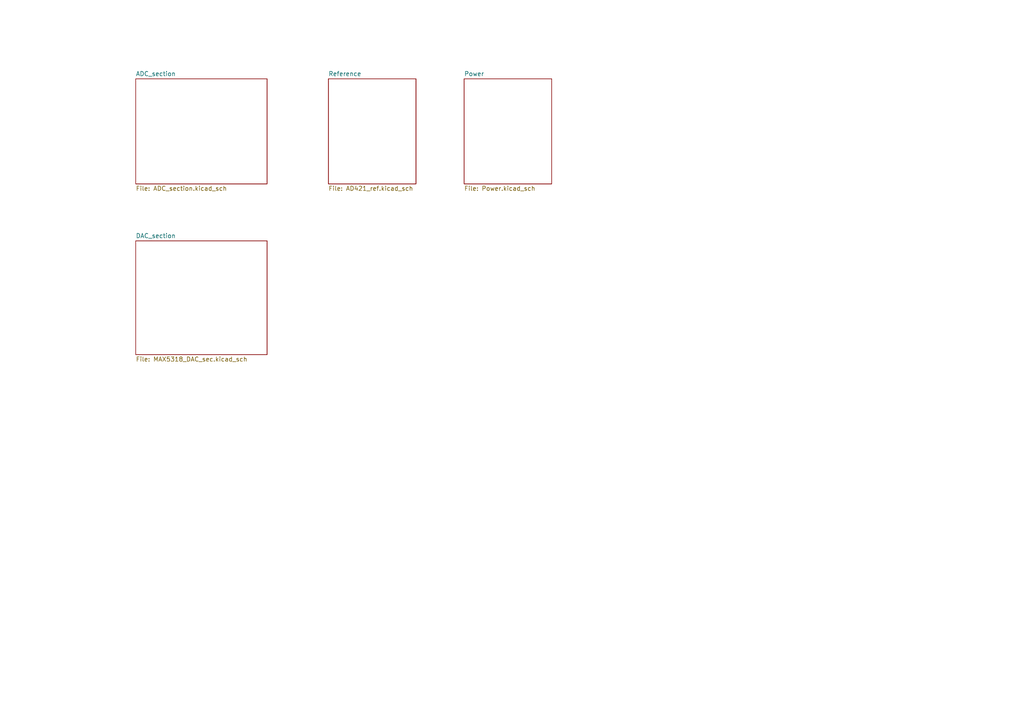
<source format=kicad_sch>
(kicad_sch (version 20211123) (generator eeschema)
  (paper "A4")
  (lib_symbols)
  (sheet (at 95.25 22.86) (size 25.4 30.48) (stroke (width 0.1524))
    (property "Sheet name" "Reference" (at 95.25 22.1484 0) (effects (justify left bottom)))
    (property "Sheet file" "AD421_ref.kicad_sch" (at 95.25 53.9246 0) (effects (justify left top)))
  )
  (sheet (at 134.62 22.86) (size 25.4 30.48) (stroke (width 0.1524))
    (property "Sheet name" "Power" (at 134.62 22.1484 0) (effects (justify left bottom)))
    (property "Sheet file" "Power.kicad_sch" (at 134.62 53.9246 0) (effects (justify left top)))
  )
  (sheet (at 39.37 22.86) (size 38.1 30.48) (stroke (width 0.1524))
    (property "Sheet name" "ADC_section" (at 39.37 22.1484 0) (effects (justify left bottom)))
    (property "Sheet file" "ADC_section.kicad_sch" (at 39.37 53.9246 0) (effects (justify left top)))
  )
  (sheet (at 39.37 69.85) (size 38.1 33.02) (stroke (width 0.1524))
    (property "Sheet name" "DAC_section" (at 39.37 69.1384 0) (effects (justify left bottom)))
    (property "Sheet file" "MAX5318_DAC_sec.kicad_sch" (at 39.37 103.4546 0) (effects (justify left top)))
  )
)
</source>
